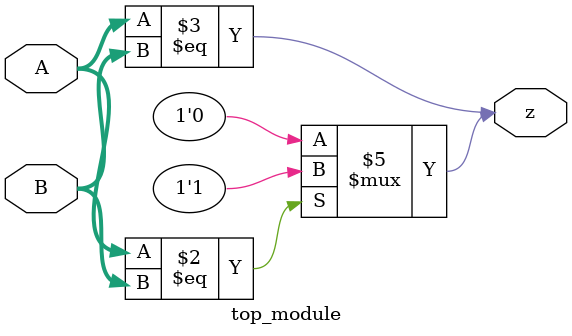
<source format=v>
module top_module ( input [1:0] A, input [1:0] B, output z ); 
    always @(*) begin
        if(A == B)
            z = 1'b1;
        else
            z = 1'b0;
    end

    // 下面更简单
    assign z = (A[1:0] == B[1:0]);
endmodule

</source>
